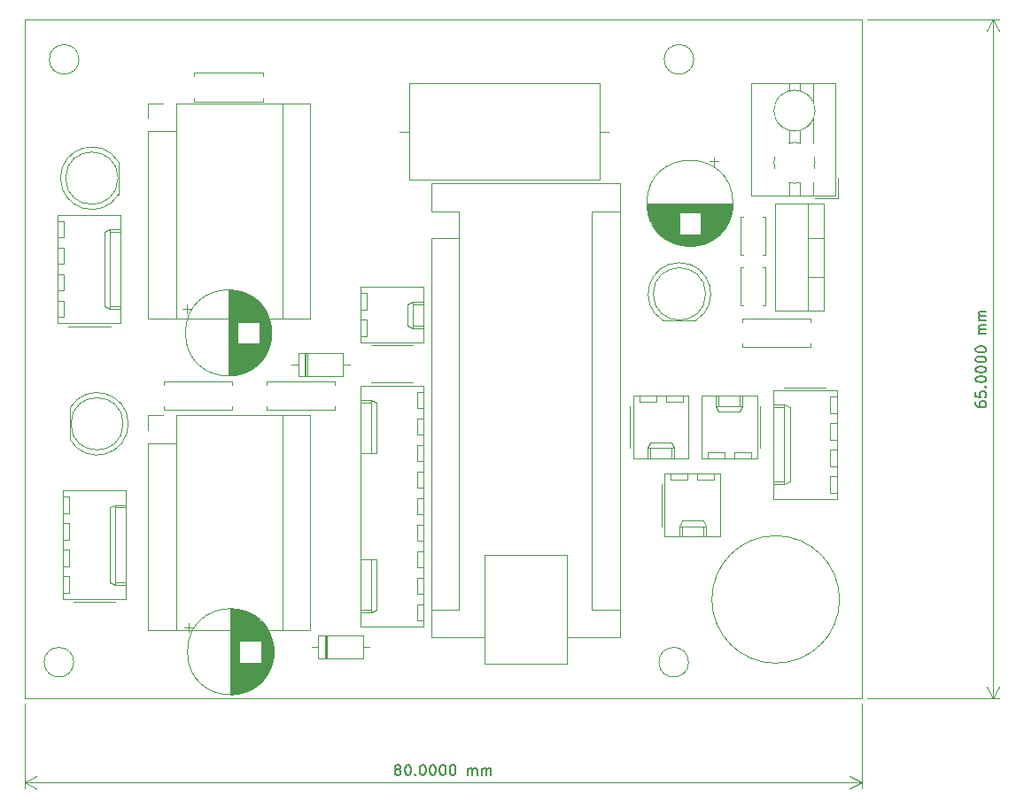
<source format=gbr>
%TF.GenerationSoftware,KiCad,Pcbnew,8.0.6*%
%TF.CreationDate,2026-01-06T07:00:52+07:00*%
%TF.ProjectId,Tesla coil winder Control board ,5465736c-6120-4636-9f69-6c2077696e64,rev?*%
%TF.SameCoordinates,Original*%
%TF.FileFunction,Legend,Top*%
%TF.FilePolarity,Positive*%
%FSLAX46Y46*%
G04 Gerber Fmt 4.6, Leading zero omitted, Abs format (unit mm)*
G04 Created by KiCad (PCBNEW 8.0.6) date 2026-01-06 07:00:52*
%MOMM*%
%LPD*%
G01*
G04 APERTURE LIST*
%ADD10C,0.120000*%
%TA.AperFunction,Profile*%
%ADD11C,0.050000*%
%TD*%
%ADD12C,0.150000*%
G04 APERTURE END LIST*
D10*
%TO.C,C5*%
X110330000Y-42240000D02*
X110330000Y-45880000D01*
X110575000Y-42240000D02*
X110330000Y-42240000D01*
X110575000Y-45880000D02*
X110330000Y-45880000D01*
X112670000Y-42240000D02*
X112425000Y-42240000D01*
X112670000Y-42240000D02*
X112670000Y-45880000D01*
X112670000Y-45880000D02*
X112425000Y-45880000D01*
%TO.C,R1*%
X58143144Y-23630000D02*
X58143144Y-23960000D01*
X58143144Y-26370000D02*
X58143144Y-26040000D01*
X64683144Y-23630000D02*
X58143144Y-23630000D01*
X64683144Y-23960000D02*
X64683144Y-23630000D01*
X64683144Y-26040000D02*
X64683144Y-26370000D01*
X64683144Y-26370000D02*
X58143144Y-26370000D01*
%TO.C,J5*%
X45573144Y-63576856D02*
X45573144Y-73956856D01*
X45573144Y-65756856D02*
X46173144Y-65756856D01*
X45573144Y-68296856D02*
X46173144Y-68296856D01*
X45573144Y-70836856D02*
X46173144Y-70836856D01*
X45573144Y-73376856D02*
X46173144Y-73376856D01*
X45573144Y-73956856D02*
X51593144Y-73956856D01*
X46173144Y-64156856D02*
X45573144Y-64156856D01*
X46173144Y-65756856D02*
X46173144Y-64156856D01*
X46173144Y-66696856D02*
X45573144Y-66696856D01*
X46173144Y-68296856D02*
X46173144Y-66696856D01*
X46173144Y-69236856D02*
X45573144Y-69236856D01*
X46173144Y-70836856D02*
X46173144Y-69236856D01*
X46173144Y-71776856D02*
X45573144Y-71776856D01*
X46173144Y-73376856D02*
X46173144Y-71776856D01*
X46603144Y-74246856D02*
X50603144Y-74246856D01*
X50063144Y-65206856D02*
X50593144Y-64956856D01*
X50063144Y-72326856D02*
X50063144Y-65206856D01*
X50593144Y-64956856D02*
X51593144Y-64956856D01*
X50593144Y-72576856D02*
X50063144Y-72326856D01*
X50593144Y-72576856D02*
X50593144Y-64956856D01*
X51593144Y-63576856D02*
X45573144Y-63576856D01*
X51593144Y-65206856D02*
X50593144Y-65206856D01*
X51593144Y-72326856D02*
X50593144Y-72326856D01*
X51593144Y-72576856D02*
X50593144Y-72576856D01*
X51593144Y-73956856D02*
X51593144Y-63576856D01*
%TO.C,J7*%
X106620000Y-54510000D02*
X106620000Y-60530000D01*
X106620000Y-60530000D02*
X111920000Y-60530000D01*
X107200000Y-59930000D02*
X107200000Y-60530000D01*
X108000000Y-55510000D02*
X108000000Y-54510000D01*
X108250000Y-54510000D02*
X108250000Y-55510000D01*
X108250000Y-56040000D02*
X108000000Y-55510000D01*
X108800000Y-59930000D02*
X107200000Y-59930000D01*
X108800000Y-60530000D02*
X108800000Y-59930000D01*
X109740000Y-59930000D02*
X109740000Y-60530000D01*
X110290000Y-54510000D02*
X110290000Y-55510000D01*
X110290000Y-56040000D02*
X108250000Y-56040000D01*
X110540000Y-54510000D02*
X110540000Y-55510000D01*
X110540000Y-55510000D02*
X108000000Y-55510000D01*
X110540000Y-55510000D02*
X110290000Y-56040000D01*
X111340000Y-59930000D02*
X109740000Y-59930000D01*
X111340000Y-60530000D02*
X111340000Y-59930000D01*
X111920000Y-54510000D02*
X106620000Y-54510000D01*
X111920000Y-60530000D02*
X111920000Y-54510000D01*
X112210000Y-59500000D02*
X112210000Y-55500000D01*
%TO.C,U1*%
X113684000Y-36150000D02*
X113684000Y-46390000D01*
X116815000Y-36150000D02*
X116815000Y-46390000D01*
X118325000Y-36150000D02*
X113684000Y-36150000D01*
X118325000Y-36150000D02*
X118325000Y-46390000D01*
X118325000Y-39420000D02*
X116815000Y-39420000D01*
X118325000Y-43121000D02*
X116815000Y-43121000D01*
X118325000Y-46390000D02*
X113684000Y-46390000D01*
%TO.C,R4*%
X65040000Y-53130000D02*
X71580000Y-53130000D01*
X65040000Y-53460000D02*
X65040000Y-53130000D01*
X65040000Y-55540000D02*
X65040000Y-55870000D01*
X65040000Y-55870000D02*
X71580000Y-55870000D01*
X71580000Y-53130000D02*
X71580000Y-53460000D01*
X71580000Y-55870000D02*
X71580000Y-55540000D01*
%TO.C,J3*%
X111380000Y-24610000D02*
X119420000Y-24610000D01*
X111380000Y-35350000D02*
X111380000Y-24610000D01*
X111380000Y-35350000D02*
X119420000Y-35350000D01*
X114252000Y-25743000D02*
X114252000Y-25743000D01*
X115000000Y-25394000D02*
X115000000Y-24610000D01*
X115000000Y-30350000D02*
X115000000Y-29065000D01*
X115000000Y-35350000D02*
X115000000Y-34110000D01*
X116000000Y-25394000D02*
X116000000Y-24610000D01*
X116000000Y-30350000D02*
X116000000Y-29065000D01*
X116000000Y-35350000D02*
X116000000Y-34110000D01*
X116748000Y-28716000D02*
X116748000Y-28716000D01*
X117300000Y-26560000D02*
X117300000Y-24610000D01*
X117300000Y-30350000D02*
X117300000Y-27899000D01*
X117300000Y-35350000D02*
X117300000Y-34110000D01*
X117470000Y-35590000D02*
X119660000Y-35590000D01*
X119420000Y-35350000D02*
X119420000Y-24610000D01*
X119660000Y-35590000D02*
X119660000Y-33640000D01*
X113539056Y-27229513D02*
G75*
G02*
X113606000Y-26722000I1960944J-487D01*
G01*
X113606527Y-27736319D02*
G75*
G02*
X113540001Y-27229000I1893473J506319D01*
G01*
X113624578Y-32802619D02*
G75*
G02*
X113625000Y-31656000I1875422J572619D01*
G01*
X113646080Y-26591288D02*
G75*
G02*
X113722998Y-26400999I1854220J-638812D01*
G01*
X113722741Y-28057306D02*
G75*
G02*
X113646000Y-27867000I1777259J827306D01*
G01*
X113769174Y-26309348D02*
G75*
G02*
X113855996Y-26161997I1729426J-919752D01*
G01*
X113855683Y-28296370D02*
G75*
G02*
X113768999Y-28149001I1643617J1065970D01*
G01*
X113874249Y-26133521D02*
G75*
G02*
X113975997Y-25995998I1627851J-1097979D01*
G01*
X113975623Y-28462548D02*
G75*
G02*
X113874000Y-28325000I1524377J1232548D01*
G01*
X113976659Y-25996072D02*
G75*
G02*
X114090000Y-25868000I1523441J-1234028D01*
G01*
X114089262Y-28591133D02*
G75*
G02*
X113975999Y-28463000I1410838J1361233D01*
G01*
X114089903Y-25867714D02*
G75*
G02*
X114214000Y-25750000I1409897J-1362086D01*
G01*
X114212988Y-28708798D02*
G75*
G02*
X114089000Y-28591000I1285412J1477098D01*
G01*
X114213636Y-25750127D02*
G75*
G02*
X114320000Y-25664000I1285964J-1479373D01*
G01*
X114319305Y-28795174D02*
G75*
G02*
X114213000Y-28709000I1180295J1564674D01*
G01*
X114319916Y-25664063D02*
G75*
G02*
X116680000Y-25664000I1180084J-1565937D01*
G01*
X114927381Y-30354578D02*
G75*
G02*
X116074000Y-30355000I572619J-1875422D01*
G01*
X116072619Y-34105422D02*
G75*
G02*
X114926000Y-34105000I-572619J1875415D01*
G01*
X116679122Y-28795661D02*
G75*
G02*
X114320000Y-28795000I-1179122J1565661D01*
G01*
X116679628Y-25663898D02*
G75*
G02*
X116786000Y-25750000I-1183928J-1571402D01*
G01*
X116785928Y-25750293D02*
G75*
G02*
X116909999Y-25868001I-1286128J-1479907D01*
G01*
X116786294Y-28708875D02*
G75*
G02*
X116679999Y-28794999I-1286194J1478775D01*
G01*
X116910010Y-28591290D02*
G75*
G02*
X116786000Y-28709001I-1410110J1361390D01*
G01*
X116910651Y-25867870D02*
G75*
G02*
X117024000Y-25996000I-1412351J-1363630D01*
G01*
X117023253Y-28462931D02*
G75*
G02*
X116910000Y-28591000I-1523153J1232831D01*
G01*
X117023294Y-25996543D02*
G75*
G02*
X117124997Y-26134002I-1520794J-1231557D01*
G01*
X117125664Y-28325483D02*
G75*
G02*
X117024000Y-28463000I-1625664J1095483D01*
G01*
X117144143Y-26161638D02*
G75*
G02*
X117231000Y-26309000I-1644143J-1068362D01*
G01*
X117230739Y-28149656D02*
G75*
G02*
X117144000Y-28297000I-1734139J921656D01*
G01*
X117277050Y-26400705D02*
G75*
G02*
X117353998Y-26591001I-1777350J-829395D01*
G01*
X117353815Y-27867717D02*
G75*
G02*
X117277000Y-28058000I-1853815J637717D01*
G01*
X117374357Y-31656951D02*
G75*
G02*
X117460000Y-32230000I-1874357J-573049D01*
G01*
X117393215Y-26722715D02*
G75*
G02*
X117460000Y-27230000I-1893215J-507285D01*
G01*
X117460607Y-32196500D02*
G75*
G02*
X117375000Y-32804000I-1960607J-33500D01*
G01*
X117460685Y-27229521D02*
G75*
G02*
X117394004Y-27737001I-1960785J-479D01*
G01*
%TO.C,J8*%
X102790000Y-63000000D02*
X102790000Y-67000000D01*
X103080000Y-61970000D02*
X103080000Y-67990000D01*
X103080000Y-67990000D02*
X108380000Y-67990000D01*
X103660000Y-61970000D02*
X103660000Y-62570000D01*
X103660000Y-62570000D02*
X105260000Y-62570000D01*
X104460000Y-66990000D02*
X104710000Y-66460000D01*
X104460000Y-66990000D02*
X107000000Y-66990000D01*
X104460000Y-67990000D02*
X104460000Y-66990000D01*
X104710000Y-66460000D02*
X106750000Y-66460000D01*
X104710000Y-67990000D02*
X104710000Y-66990000D01*
X105260000Y-62570000D02*
X105260000Y-61970000D01*
X106200000Y-61970000D02*
X106200000Y-62570000D01*
X106200000Y-62570000D02*
X107800000Y-62570000D01*
X106750000Y-66460000D02*
X107000000Y-66990000D01*
X106750000Y-67990000D02*
X106750000Y-66990000D01*
X107000000Y-66990000D02*
X107000000Y-67990000D01*
X107800000Y-62570000D02*
X107800000Y-61970000D01*
X108380000Y-61970000D02*
X103080000Y-61970000D01*
X108380000Y-67990000D02*
X108380000Y-61970000D01*
%TO.C,J4*%
X45073144Y-37200000D02*
X45073144Y-47580000D01*
X45073144Y-39380000D02*
X45673144Y-39380000D01*
X45073144Y-41920000D02*
X45673144Y-41920000D01*
X45073144Y-44460000D02*
X45673144Y-44460000D01*
X45073144Y-47000000D02*
X45673144Y-47000000D01*
X45073144Y-47580000D02*
X51093144Y-47580000D01*
X45673144Y-37780000D02*
X45073144Y-37780000D01*
X45673144Y-39380000D02*
X45673144Y-37780000D01*
X45673144Y-40320000D02*
X45073144Y-40320000D01*
X45673144Y-41920000D02*
X45673144Y-40320000D01*
X45673144Y-42860000D02*
X45073144Y-42860000D01*
X45673144Y-44460000D02*
X45673144Y-42860000D01*
X45673144Y-45400000D02*
X45073144Y-45400000D01*
X45673144Y-47000000D02*
X45673144Y-45400000D01*
X46103144Y-47870000D02*
X50103144Y-47870000D01*
X49563144Y-38830000D02*
X50093144Y-38580000D01*
X49563144Y-45950000D02*
X49563144Y-38830000D01*
X50093144Y-38580000D02*
X51093144Y-38580000D01*
X50093144Y-46200000D02*
X49563144Y-45950000D01*
X50093144Y-46200000D02*
X50093144Y-38580000D01*
X51093144Y-37200000D02*
X45073144Y-37200000D01*
X51093144Y-38830000D02*
X50093144Y-38830000D01*
X51093144Y-45950000D02*
X50093144Y-45950000D01*
X51093144Y-46200000D02*
X50093144Y-46200000D01*
X51093144Y-47580000D02*
X51093144Y-37200000D01*
%TO.C,D2*%
X50893144Y-35241856D02*
X50893144Y-32151856D01*
X45343144Y-33697318D02*
G75*
G02*
X50893144Y-32152026I2990000J462D01*
G01*
X50893144Y-35241686D02*
G75*
G02*
X45343144Y-33696394I-2560000J1544830D01*
G01*
X50833144Y-33696856D02*
G75*
G02*
X45833144Y-33696856I-2500000J0D01*
G01*
X45833144Y-33696856D02*
G75*
G02*
X50833144Y-33696856I2500000J0D01*
G01*
%TO.C,A1*%
X80780000Y-34180000D02*
X80780000Y-36850000D01*
X80780000Y-39390000D02*
X80780000Y-77620000D01*
X80780000Y-77620000D02*
X85860000Y-77620000D01*
X83450000Y-36850000D02*
X80780000Y-36850000D01*
X83450000Y-39390000D02*
X80780000Y-39390000D01*
X83450000Y-39390000D02*
X83450000Y-36850000D01*
X83450000Y-39390000D02*
X83450000Y-74950000D01*
X83450000Y-74950000D02*
X80780000Y-74950000D01*
X85860000Y-69740000D02*
X93740000Y-69740000D01*
X85860000Y-80160000D02*
X85860000Y-69740000D01*
X93740000Y-69740000D02*
X93740000Y-80160000D01*
X93740000Y-80160000D02*
X85860000Y-80160000D01*
X96150000Y-36850000D02*
X96150000Y-74950000D01*
X96150000Y-36850000D02*
X98820000Y-36850000D01*
X96150000Y-74950000D02*
X98820000Y-74950000D01*
X98820000Y-34180000D02*
X80780000Y-34180000D01*
X98820000Y-77620000D02*
X93740000Y-77620000D01*
X98820000Y-77620000D02*
X98820000Y-34180000D01*
%TO.C,C2*%
X56990302Y-46185000D02*
X57790302Y-46185000D01*
X57390302Y-45785000D02*
X57390302Y-46585000D01*
X61400000Y-44420000D02*
X61400000Y-52580000D01*
X61440000Y-44420000D02*
X61440000Y-52580000D01*
X61480000Y-44420000D02*
X61480000Y-52580000D01*
X61520000Y-44421000D02*
X61520000Y-52579000D01*
X61560000Y-44423000D02*
X61560000Y-52577000D01*
X61600000Y-44424000D02*
X61600000Y-52576000D01*
X61640000Y-44426000D02*
X61640000Y-52574000D01*
X61680000Y-44429000D02*
X61680000Y-52571000D01*
X61720000Y-44432000D02*
X61720000Y-52568000D01*
X61760000Y-44435000D02*
X61760000Y-52565000D01*
X61800000Y-44439000D02*
X61800000Y-52561000D01*
X61840000Y-44443000D02*
X61840000Y-52557000D01*
X61880000Y-44448000D02*
X61880000Y-52552000D01*
X61920000Y-44452000D02*
X61920000Y-52548000D01*
X61960000Y-44458000D02*
X61960000Y-52542000D01*
X62000000Y-44463000D02*
X62000000Y-52537000D01*
X62040000Y-44470000D02*
X62040000Y-52530000D01*
X62080000Y-44476000D02*
X62080000Y-52524000D01*
X62121000Y-44483000D02*
X62121000Y-52517000D01*
X62161000Y-44490000D02*
X62161000Y-52510000D01*
X62201000Y-44498000D02*
X62201000Y-52502000D01*
X62241000Y-44506000D02*
X62241000Y-52494000D01*
X62281000Y-44515000D02*
X62281000Y-47460000D01*
X62281000Y-49540000D02*
X62281000Y-52485000D01*
X62321000Y-44524000D02*
X62321000Y-47460000D01*
X62321000Y-49540000D02*
X62321000Y-52476000D01*
X62361000Y-44533000D02*
X62361000Y-47460000D01*
X62361000Y-49540000D02*
X62361000Y-52467000D01*
X62401000Y-44543000D02*
X62401000Y-47460000D01*
X62401000Y-49540000D02*
X62401000Y-52457000D01*
X62441000Y-44553000D02*
X62441000Y-47460000D01*
X62441000Y-49540000D02*
X62441000Y-52447000D01*
X62481000Y-44564000D02*
X62481000Y-47460000D01*
X62481000Y-49540000D02*
X62481000Y-52436000D01*
X62521000Y-44575000D02*
X62521000Y-47460000D01*
X62521000Y-49540000D02*
X62521000Y-52425000D01*
X62561000Y-44586000D02*
X62561000Y-47460000D01*
X62561000Y-49540000D02*
X62561000Y-52414000D01*
X62601000Y-44598000D02*
X62601000Y-47460000D01*
X62601000Y-49540000D02*
X62601000Y-52402000D01*
X62641000Y-44611000D02*
X62641000Y-47460000D01*
X62641000Y-49540000D02*
X62641000Y-52389000D01*
X62681000Y-44623000D02*
X62681000Y-47460000D01*
X62681000Y-49540000D02*
X62681000Y-52377000D01*
X62721000Y-44637000D02*
X62721000Y-47460000D01*
X62721000Y-49540000D02*
X62721000Y-52363000D01*
X62761000Y-44650000D02*
X62761000Y-47460000D01*
X62761000Y-49540000D02*
X62761000Y-52350000D01*
X62801000Y-44665000D02*
X62801000Y-47460000D01*
X62801000Y-49540000D02*
X62801000Y-52335000D01*
X62841000Y-44679000D02*
X62841000Y-47460000D01*
X62841000Y-49540000D02*
X62841000Y-52321000D01*
X62881000Y-44695000D02*
X62881000Y-47460000D01*
X62881000Y-49540000D02*
X62881000Y-52305000D01*
X62921000Y-44710000D02*
X62921000Y-47460000D01*
X62921000Y-49540000D02*
X62921000Y-52290000D01*
X62961000Y-44726000D02*
X62961000Y-47460000D01*
X62961000Y-49540000D02*
X62961000Y-52274000D01*
X63001000Y-44743000D02*
X63001000Y-47460000D01*
X63001000Y-49540000D02*
X63001000Y-52257000D01*
X63041000Y-44760000D02*
X63041000Y-47460000D01*
X63041000Y-49540000D02*
X63041000Y-52240000D01*
X63081000Y-44778000D02*
X63081000Y-47460000D01*
X63081000Y-49540000D02*
X63081000Y-52222000D01*
X63121000Y-44796000D02*
X63121000Y-47460000D01*
X63121000Y-49540000D02*
X63121000Y-52204000D01*
X63161000Y-44814000D02*
X63161000Y-47460000D01*
X63161000Y-49540000D02*
X63161000Y-52186000D01*
X63201000Y-44834000D02*
X63201000Y-47460000D01*
X63201000Y-49540000D02*
X63201000Y-52166000D01*
X63241000Y-44853000D02*
X63241000Y-47460000D01*
X63241000Y-49540000D02*
X63241000Y-52147000D01*
X63281000Y-44873000D02*
X63281000Y-47460000D01*
X63281000Y-49540000D02*
X63281000Y-52127000D01*
X63321000Y-44894000D02*
X63321000Y-47460000D01*
X63321000Y-49540000D02*
X63321000Y-52106000D01*
X63361000Y-44916000D02*
X63361000Y-47460000D01*
X63361000Y-49540000D02*
X63361000Y-52084000D01*
X63401000Y-44938000D02*
X63401000Y-47460000D01*
X63401000Y-49540000D02*
X63401000Y-52062000D01*
X63441000Y-44960000D02*
X63441000Y-47460000D01*
X63441000Y-49540000D02*
X63441000Y-52040000D01*
X63481000Y-44983000D02*
X63481000Y-47460000D01*
X63481000Y-49540000D02*
X63481000Y-52017000D01*
X63521000Y-45007000D02*
X63521000Y-47460000D01*
X63521000Y-49540000D02*
X63521000Y-51993000D01*
X63561000Y-45031000D02*
X63561000Y-47460000D01*
X63561000Y-49540000D02*
X63561000Y-51969000D01*
X63601000Y-45056000D02*
X63601000Y-47460000D01*
X63601000Y-49540000D02*
X63601000Y-51944000D01*
X63641000Y-45082000D02*
X63641000Y-47460000D01*
X63641000Y-49540000D02*
X63641000Y-51918000D01*
X63681000Y-45108000D02*
X63681000Y-47460000D01*
X63681000Y-49540000D02*
X63681000Y-51892000D01*
X63721000Y-45135000D02*
X63721000Y-47460000D01*
X63721000Y-49540000D02*
X63721000Y-51865000D01*
X63761000Y-45162000D02*
X63761000Y-47460000D01*
X63761000Y-49540000D02*
X63761000Y-51838000D01*
X63801000Y-45191000D02*
X63801000Y-47460000D01*
X63801000Y-49540000D02*
X63801000Y-51809000D01*
X63841000Y-45220000D02*
X63841000Y-47460000D01*
X63841000Y-49540000D02*
X63841000Y-51780000D01*
X63881000Y-45250000D02*
X63881000Y-47460000D01*
X63881000Y-49540000D02*
X63881000Y-51750000D01*
X63921000Y-45280000D02*
X63921000Y-47460000D01*
X63921000Y-49540000D02*
X63921000Y-51720000D01*
X63961000Y-45311000D02*
X63961000Y-47460000D01*
X63961000Y-49540000D02*
X63961000Y-51689000D01*
X64001000Y-45344000D02*
X64001000Y-47460000D01*
X64001000Y-49540000D02*
X64001000Y-51656000D01*
X64041000Y-45376000D02*
X64041000Y-47460000D01*
X64041000Y-49540000D02*
X64041000Y-51624000D01*
X64081000Y-45410000D02*
X64081000Y-47460000D01*
X64081000Y-49540000D02*
X64081000Y-51590000D01*
X64121000Y-45445000D02*
X64121000Y-47460000D01*
X64121000Y-49540000D02*
X64121000Y-51555000D01*
X64161000Y-45481000D02*
X64161000Y-47460000D01*
X64161000Y-49540000D02*
X64161000Y-51519000D01*
X64201000Y-45517000D02*
X64201000Y-47460000D01*
X64201000Y-49540000D02*
X64201000Y-51483000D01*
X64241000Y-45555000D02*
X64241000Y-47460000D01*
X64241000Y-49540000D02*
X64241000Y-51445000D01*
X64281000Y-45593000D02*
X64281000Y-47460000D01*
X64281000Y-49540000D02*
X64281000Y-51407000D01*
X64321000Y-45633000D02*
X64321000Y-47460000D01*
X64321000Y-49540000D02*
X64321000Y-51367000D01*
X64361000Y-45674000D02*
X64361000Y-51326000D01*
X64401000Y-45716000D02*
X64401000Y-51284000D01*
X64441000Y-45759000D02*
X64441000Y-51241000D01*
X64481000Y-45803000D02*
X64481000Y-51197000D01*
X64521000Y-45849000D02*
X64521000Y-51151000D01*
X64561000Y-45896000D02*
X64561000Y-51104000D01*
X64601000Y-45944000D02*
X64601000Y-51056000D01*
X64641000Y-45995000D02*
X64641000Y-51005000D01*
X64681000Y-46046000D02*
X64681000Y-50954000D01*
X64721000Y-46100000D02*
X64721000Y-50900000D01*
X64761000Y-46155000D02*
X64761000Y-50845000D01*
X64801000Y-46213000D02*
X64801000Y-50787000D01*
X64841000Y-46272000D02*
X64841000Y-50728000D01*
X64881000Y-46334000D02*
X64881000Y-50666000D01*
X64921000Y-46398000D02*
X64921000Y-50602000D01*
X64961000Y-46466000D02*
X64961000Y-50534000D01*
X65001000Y-46536000D02*
X65001000Y-50464000D01*
X65041000Y-46610000D02*
X65041000Y-50390000D01*
X65081000Y-46687000D02*
X65081000Y-50313000D01*
X65121000Y-46769000D02*
X65121000Y-50231000D01*
X65161000Y-46855000D02*
X65161000Y-50145000D01*
X65201000Y-46948000D02*
X65201000Y-50052000D01*
X65241000Y-47047000D02*
X65241000Y-49953000D01*
X65281000Y-47154000D02*
X65281000Y-49846000D01*
X65321000Y-47271000D02*
X65321000Y-49729000D01*
X65361000Y-47402000D02*
X65361000Y-49598000D01*
X65401000Y-47552000D02*
X65401000Y-49448000D01*
X65441000Y-47732000D02*
X65441000Y-49268000D01*
X65481000Y-47967000D02*
X65481000Y-49033000D01*
X65520000Y-48500000D02*
G75*
G02*
X57280000Y-48500000I-4120000J0D01*
G01*
X57280000Y-48500000D02*
G75*
G02*
X65520000Y-48500000I4120000J0D01*
G01*
%TO.C,C4*%
X110330000Y-37430000D02*
X110330000Y-41070000D01*
X110575000Y-37430000D02*
X110330000Y-37430000D01*
X110575000Y-41070000D02*
X110330000Y-41070000D01*
X112670000Y-37430000D02*
X112425000Y-37430000D01*
X112670000Y-37430000D02*
X112670000Y-41070000D01*
X112670000Y-41070000D02*
X112425000Y-41070000D01*
%TO.C,R3*%
X110475000Y-47130000D02*
X110475000Y-47460000D01*
X110475000Y-49870000D02*
X110475000Y-49540000D01*
X117015000Y-47130000D02*
X110475000Y-47130000D01*
X117015000Y-47460000D02*
X117015000Y-47130000D01*
X117015000Y-49540000D02*
X117015000Y-49870000D01*
X117015000Y-49870000D02*
X110475000Y-49870000D01*
%TO.C,J6*%
X99790000Y-55500000D02*
X99790000Y-59500000D01*
X100080000Y-54470000D02*
X100080000Y-60490000D01*
X100080000Y-60490000D02*
X105380000Y-60490000D01*
X100660000Y-54470000D02*
X100660000Y-55070000D01*
X100660000Y-55070000D02*
X102260000Y-55070000D01*
X101460000Y-59490000D02*
X101710000Y-58960000D01*
X101460000Y-59490000D02*
X104000000Y-59490000D01*
X101460000Y-60490000D02*
X101460000Y-59490000D01*
X101710000Y-58960000D02*
X103750000Y-58960000D01*
X101710000Y-60490000D02*
X101710000Y-59490000D01*
X102260000Y-55070000D02*
X102260000Y-54470000D01*
X103200000Y-54470000D02*
X103200000Y-55070000D01*
X103200000Y-55070000D02*
X104800000Y-55070000D01*
X103750000Y-58960000D02*
X104000000Y-59490000D01*
X103750000Y-60490000D02*
X103750000Y-59490000D01*
X104000000Y-59490000D02*
X104000000Y-60490000D01*
X104800000Y-55070000D02*
X104800000Y-54470000D01*
X105380000Y-54470000D02*
X100080000Y-54470000D01*
X105380000Y-60490000D02*
X105380000Y-54470000D01*
%TO.C,R2*%
X55230000Y-53130000D02*
X55230000Y-53460000D01*
X55230000Y-55870000D02*
X55230000Y-55540000D01*
X61770000Y-53130000D02*
X55230000Y-53130000D01*
X61770000Y-53460000D02*
X61770000Y-53130000D01*
X61770000Y-55540000D02*
X61770000Y-55870000D01*
X61770000Y-55870000D02*
X55230000Y-55870000D01*
%TO.C,A3*%
X53703144Y-56366856D02*
X53703144Y-57766856D01*
X53703144Y-59036856D02*
X53703144Y-76946856D01*
X53703144Y-76946856D02*
X69203144Y-76946856D01*
X55103144Y-56366856D02*
X53703144Y-56366856D01*
X56373144Y-56366856D02*
X56373144Y-59036856D01*
X56373144Y-59036856D02*
X53703144Y-59036856D01*
X56373144Y-59036856D02*
X56373144Y-76946856D01*
X66533144Y-56366856D02*
X66533144Y-76946856D01*
X69203144Y-56366856D02*
X56373144Y-56366856D01*
X69203144Y-76946856D02*
X69203144Y-56366856D01*
%TO.C,C1*%
X57190302Y-76685000D02*
X57990302Y-76685000D01*
X57590302Y-76285000D02*
X57590302Y-77085000D01*
X61600000Y-74920000D02*
X61600000Y-83080000D01*
X61640000Y-74920000D02*
X61640000Y-83080000D01*
X61680000Y-74920000D02*
X61680000Y-83080000D01*
X61720000Y-74921000D02*
X61720000Y-83079000D01*
X61760000Y-74923000D02*
X61760000Y-83077000D01*
X61800000Y-74924000D02*
X61800000Y-83076000D01*
X61840000Y-74926000D02*
X61840000Y-83074000D01*
X61880000Y-74929000D02*
X61880000Y-83071000D01*
X61920000Y-74932000D02*
X61920000Y-83068000D01*
X61960000Y-74935000D02*
X61960000Y-83065000D01*
X62000000Y-74939000D02*
X62000000Y-83061000D01*
X62040000Y-74943000D02*
X62040000Y-83057000D01*
X62080000Y-74948000D02*
X62080000Y-83052000D01*
X62120000Y-74952000D02*
X62120000Y-83048000D01*
X62160000Y-74958000D02*
X62160000Y-83042000D01*
X62200000Y-74963000D02*
X62200000Y-83037000D01*
X62240000Y-74970000D02*
X62240000Y-83030000D01*
X62280000Y-74976000D02*
X62280000Y-83024000D01*
X62321000Y-74983000D02*
X62321000Y-83017000D01*
X62361000Y-74990000D02*
X62361000Y-83010000D01*
X62401000Y-74998000D02*
X62401000Y-83002000D01*
X62441000Y-75006000D02*
X62441000Y-82994000D01*
X62481000Y-75015000D02*
X62481000Y-77960000D01*
X62481000Y-80040000D02*
X62481000Y-82985000D01*
X62521000Y-75024000D02*
X62521000Y-77960000D01*
X62521000Y-80040000D02*
X62521000Y-82976000D01*
X62561000Y-75033000D02*
X62561000Y-77960000D01*
X62561000Y-80040000D02*
X62561000Y-82967000D01*
X62601000Y-75043000D02*
X62601000Y-77960000D01*
X62601000Y-80040000D02*
X62601000Y-82957000D01*
X62641000Y-75053000D02*
X62641000Y-77960000D01*
X62641000Y-80040000D02*
X62641000Y-82947000D01*
X62681000Y-75064000D02*
X62681000Y-77960000D01*
X62681000Y-80040000D02*
X62681000Y-82936000D01*
X62721000Y-75075000D02*
X62721000Y-77960000D01*
X62721000Y-80040000D02*
X62721000Y-82925000D01*
X62761000Y-75086000D02*
X62761000Y-77960000D01*
X62761000Y-80040000D02*
X62761000Y-82914000D01*
X62801000Y-75098000D02*
X62801000Y-77960000D01*
X62801000Y-80040000D02*
X62801000Y-82902000D01*
X62841000Y-75111000D02*
X62841000Y-77960000D01*
X62841000Y-80040000D02*
X62841000Y-82889000D01*
X62881000Y-75123000D02*
X62881000Y-77960000D01*
X62881000Y-80040000D02*
X62881000Y-82877000D01*
X62921000Y-75137000D02*
X62921000Y-77960000D01*
X62921000Y-80040000D02*
X62921000Y-82863000D01*
X62961000Y-75150000D02*
X62961000Y-77960000D01*
X62961000Y-80040000D02*
X62961000Y-82850000D01*
X63001000Y-75165000D02*
X63001000Y-77960000D01*
X63001000Y-80040000D02*
X63001000Y-82835000D01*
X63041000Y-75179000D02*
X63041000Y-77960000D01*
X63041000Y-80040000D02*
X63041000Y-82821000D01*
X63081000Y-75195000D02*
X63081000Y-77960000D01*
X63081000Y-80040000D02*
X63081000Y-82805000D01*
X63121000Y-75210000D02*
X63121000Y-77960000D01*
X63121000Y-80040000D02*
X63121000Y-82790000D01*
X63161000Y-75226000D02*
X63161000Y-77960000D01*
X63161000Y-80040000D02*
X63161000Y-82774000D01*
X63201000Y-75243000D02*
X63201000Y-77960000D01*
X63201000Y-80040000D02*
X63201000Y-82757000D01*
X63241000Y-75260000D02*
X63241000Y-77960000D01*
X63241000Y-80040000D02*
X63241000Y-82740000D01*
X63281000Y-75278000D02*
X63281000Y-77960000D01*
X63281000Y-80040000D02*
X63281000Y-82722000D01*
X63321000Y-75296000D02*
X63321000Y-77960000D01*
X63321000Y-80040000D02*
X63321000Y-82704000D01*
X63361000Y-75314000D02*
X63361000Y-77960000D01*
X63361000Y-80040000D02*
X63361000Y-82686000D01*
X63401000Y-75334000D02*
X63401000Y-77960000D01*
X63401000Y-80040000D02*
X63401000Y-82666000D01*
X63441000Y-75353000D02*
X63441000Y-77960000D01*
X63441000Y-80040000D02*
X63441000Y-82647000D01*
X63481000Y-75373000D02*
X63481000Y-77960000D01*
X63481000Y-80040000D02*
X63481000Y-82627000D01*
X63521000Y-75394000D02*
X63521000Y-77960000D01*
X63521000Y-80040000D02*
X63521000Y-82606000D01*
X63561000Y-75416000D02*
X63561000Y-77960000D01*
X63561000Y-80040000D02*
X63561000Y-82584000D01*
X63601000Y-75438000D02*
X63601000Y-77960000D01*
X63601000Y-80040000D02*
X63601000Y-82562000D01*
X63641000Y-75460000D02*
X63641000Y-77960000D01*
X63641000Y-80040000D02*
X63641000Y-82540000D01*
X63681000Y-75483000D02*
X63681000Y-77960000D01*
X63681000Y-80040000D02*
X63681000Y-82517000D01*
X63721000Y-75507000D02*
X63721000Y-77960000D01*
X63721000Y-80040000D02*
X63721000Y-82493000D01*
X63761000Y-75531000D02*
X63761000Y-77960000D01*
X63761000Y-80040000D02*
X63761000Y-82469000D01*
X63801000Y-75556000D02*
X63801000Y-77960000D01*
X63801000Y-80040000D02*
X63801000Y-82444000D01*
X63841000Y-75582000D02*
X63841000Y-77960000D01*
X63841000Y-80040000D02*
X63841000Y-82418000D01*
X63881000Y-75608000D02*
X63881000Y-77960000D01*
X63881000Y-80040000D02*
X63881000Y-82392000D01*
X63921000Y-75635000D02*
X63921000Y-77960000D01*
X63921000Y-80040000D02*
X63921000Y-82365000D01*
X63961000Y-75662000D02*
X63961000Y-77960000D01*
X63961000Y-80040000D02*
X63961000Y-82338000D01*
X64001000Y-75691000D02*
X64001000Y-77960000D01*
X64001000Y-80040000D02*
X64001000Y-82309000D01*
X64041000Y-75720000D02*
X64041000Y-77960000D01*
X64041000Y-80040000D02*
X64041000Y-82280000D01*
X64081000Y-75750000D02*
X64081000Y-77960000D01*
X64081000Y-80040000D02*
X64081000Y-82250000D01*
X64121000Y-75780000D02*
X64121000Y-77960000D01*
X64121000Y-80040000D02*
X64121000Y-82220000D01*
X64161000Y-75811000D02*
X64161000Y-77960000D01*
X64161000Y-80040000D02*
X64161000Y-82189000D01*
X64201000Y-75844000D02*
X64201000Y-77960000D01*
X64201000Y-80040000D02*
X64201000Y-82156000D01*
X64241000Y-75876000D02*
X64241000Y-77960000D01*
X64241000Y-80040000D02*
X64241000Y-82124000D01*
X64281000Y-75910000D02*
X64281000Y-77960000D01*
X64281000Y-80040000D02*
X64281000Y-82090000D01*
X64321000Y-75945000D02*
X64321000Y-77960000D01*
X64321000Y-80040000D02*
X64321000Y-82055000D01*
X64361000Y-75981000D02*
X64361000Y-77960000D01*
X64361000Y-80040000D02*
X64361000Y-82019000D01*
X64401000Y-76017000D02*
X64401000Y-77960000D01*
X64401000Y-80040000D02*
X64401000Y-81983000D01*
X64441000Y-76055000D02*
X64441000Y-77960000D01*
X64441000Y-80040000D02*
X64441000Y-81945000D01*
X64481000Y-76093000D02*
X64481000Y-77960000D01*
X64481000Y-80040000D02*
X64481000Y-81907000D01*
X64521000Y-76133000D02*
X64521000Y-77960000D01*
X64521000Y-80040000D02*
X64521000Y-81867000D01*
X64561000Y-76174000D02*
X64561000Y-81826000D01*
X64601000Y-76216000D02*
X64601000Y-81784000D01*
X64641000Y-76259000D02*
X64641000Y-81741000D01*
X64681000Y-76303000D02*
X64681000Y-81697000D01*
X64721000Y-76349000D02*
X64721000Y-81651000D01*
X64761000Y-76396000D02*
X64761000Y-81604000D01*
X64801000Y-76444000D02*
X64801000Y-81556000D01*
X64841000Y-76495000D02*
X64841000Y-81505000D01*
X64881000Y-76546000D02*
X64881000Y-81454000D01*
X64921000Y-76600000D02*
X64921000Y-81400000D01*
X64961000Y-76655000D02*
X64961000Y-81345000D01*
X65001000Y-76713000D02*
X65001000Y-81287000D01*
X65041000Y-76772000D02*
X65041000Y-81228000D01*
X65081000Y-76834000D02*
X65081000Y-81166000D01*
X65121000Y-76898000D02*
X65121000Y-81102000D01*
X65161000Y-76966000D02*
X65161000Y-81034000D01*
X65201000Y-77036000D02*
X65201000Y-80964000D01*
X65241000Y-77110000D02*
X65241000Y-80890000D01*
X65281000Y-77187000D02*
X65281000Y-80813000D01*
X65321000Y-77269000D02*
X65321000Y-80731000D01*
X65361000Y-77355000D02*
X65361000Y-80645000D01*
X65401000Y-77448000D02*
X65401000Y-80552000D01*
X65441000Y-77547000D02*
X65441000Y-80453000D01*
X65481000Y-77654000D02*
X65481000Y-80346000D01*
X65521000Y-77771000D02*
X65521000Y-80229000D01*
X65561000Y-77902000D02*
X65561000Y-80098000D01*
X65601000Y-78052000D02*
X65601000Y-79948000D01*
X65641000Y-78232000D02*
X65641000Y-79768000D01*
X65681000Y-78467000D02*
X65681000Y-79533000D01*
X65720000Y-79000000D02*
G75*
G02*
X57480000Y-79000000I-4120000J0D01*
G01*
X57480000Y-79000000D02*
G75*
G02*
X65720000Y-79000000I4120000J0D01*
G01*
%TO.C,J10*%
X74010000Y-53540000D02*
X74010000Y-76620000D01*
X74010000Y-54920000D02*
X75010000Y-54920000D01*
X74010000Y-55170000D02*
X75010000Y-55170000D01*
X74010000Y-74990000D02*
X75010000Y-74990000D01*
X74010000Y-75240000D02*
X75010000Y-75240000D01*
X74010000Y-76620000D02*
X80030000Y-76620000D01*
X75010000Y-54920000D02*
X75010000Y-60000000D01*
X75010000Y-54920000D02*
X75540000Y-55170000D01*
X75010000Y-60000000D02*
X74010000Y-60000000D01*
X75010000Y-70160000D02*
X74010000Y-70160000D01*
X75010000Y-75240000D02*
X75010000Y-70160000D01*
X75010000Y-75240000D02*
X75540000Y-74990000D01*
X75540000Y-55170000D02*
X75540000Y-60000000D01*
X75540000Y-60000000D02*
X75010000Y-60000000D01*
X75540000Y-70160000D02*
X75010000Y-70160000D01*
X75540000Y-74990000D02*
X75540000Y-70160000D01*
X79000000Y-53250000D02*
X75000000Y-53250000D01*
X79430000Y-54120000D02*
X79430000Y-55720000D01*
X79430000Y-55720000D02*
X80030000Y-55720000D01*
X79430000Y-56660000D02*
X79430000Y-58260000D01*
X79430000Y-58260000D02*
X80030000Y-58260000D01*
X79430000Y-59200000D02*
X79430000Y-60800000D01*
X79430000Y-60800000D02*
X80030000Y-60800000D01*
X79430000Y-61740000D02*
X79430000Y-63340000D01*
X79430000Y-63340000D02*
X80030000Y-63340000D01*
X79430000Y-64280000D02*
X79430000Y-65880000D01*
X79430000Y-65880000D02*
X80030000Y-65880000D01*
X79430000Y-66820000D02*
X79430000Y-68420000D01*
X79430000Y-68420000D02*
X80030000Y-68420000D01*
X79430000Y-69360000D02*
X79430000Y-70960000D01*
X79430000Y-70960000D02*
X80030000Y-70960000D01*
X79430000Y-71900000D02*
X79430000Y-73500000D01*
X79430000Y-73500000D02*
X80030000Y-73500000D01*
X79430000Y-74440000D02*
X79430000Y-76040000D01*
X79430000Y-76040000D02*
X80030000Y-76040000D01*
X80030000Y-53540000D02*
X74010000Y-53540000D01*
X80030000Y-54120000D02*
X79430000Y-54120000D01*
X80030000Y-56660000D02*
X79430000Y-56660000D01*
X80030000Y-59200000D02*
X79430000Y-59200000D01*
X80030000Y-61740000D02*
X79430000Y-61740000D01*
X80030000Y-64280000D02*
X79430000Y-64280000D01*
X80030000Y-66820000D02*
X79430000Y-66820000D01*
X80030000Y-69360000D02*
X79430000Y-69360000D01*
X80030000Y-71900000D02*
X79430000Y-71900000D01*
X80030000Y-74440000D02*
X79430000Y-74440000D01*
X80030000Y-76620000D02*
X80030000Y-53540000D01*
%TO.C,J2*%
X113510000Y-54000000D02*
X113510000Y-64380000D01*
X113510000Y-55380000D02*
X114510000Y-55380000D01*
X113510000Y-55630000D02*
X114510000Y-55630000D01*
X113510000Y-62750000D02*
X114510000Y-62750000D01*
X113510000Y-64380000D02*
X119530000Y-64380000D01*
X114510000Y-55380000D02*
X114510000Y-63000000D01*
X114510000Y-55380000D02*
X115040000Y-55630000D01*
X114510000Y-63000000D02*
X113510000Y-63000000D01*
X115040000Y-55630000D02*
X115040000Y-62750000D01*
X115040000Y-62750000D02*
X114510000Y-63000000D01*
X118500000Y-53710000D02*
X114500000Y-53710000D01*
X118930000Y-54580000D02*
X118930000Y-56180000D01*
X118930000Y-56180000D02*
X119530000Y-56180000D01*
X118930000Y-57120000D02*
X118930000Y-58720000D01*
X118930000Y-58720000D02*
X119530000Y-58720000D01*
X118930000Y-59660000D02*
X118930000Y-61260000D01*
X118930000Y-61260000D02*
X119530000Y-61260000D01*
X118930000Y-62200000D02*
X118930000Y-63800000D01*
X118930000Y-63800000D02*
X119530000Y-63800000D01*
X119530000Y-54000000D02*
X113510000Y-54000000D01*
X119530000Y-54580000D02*
X118930000Y-54580000D01*
X119530000Y-57120000D02*
X118930000Y-57120000D01*
X119530000Y-59660000D02*
X118930000Y-59660000D01*
X119530000Y-62200000D02*
X118930000Y-62200000D01*
X119530000Y-64380000D02*
X119530000Y-54000000D01*
%TO.C,A2*%
X53703144Y-26520000D02*
X53703144Y-27920000D01*
X53703144Y-29190000D02*
X53703144Y-47100000D01*
X53703144Y-47100000D02*
X69203144Y-47100000D01*
X55103144Y-26520000D02*
X53703144Y-26520000D01*
X56373144Y-26520000D02*
X56373144Y-29190000D01*
X56373144Y-29190000D02*
X53703144Y-29190000D01*
X56373144Y-29190000D02*
X56373144Y-47100000D01*
X66533144Y-26520000D02*
X66533144Y-47100000D01*
X69203144Y-26520000D02*
X56373144Y-26520000D01*
X69203144Y-47100000D02*
X69203144Y-26520000D01*
%TO.C,BZ1*%
X119800000Y-74000000D02*
G75*
G02*
X107600000Y-74000000I-6100000J0D01*
G01*
X107600000Y-74000000D02*
G75*
G02*
X119800000Y-74000000I6100000J0D01*
G01*
%TO.C,C3*%
X104460000Y-36981000D02*
X101515000Y-36981000D01*
X104460000Y-37021000D02*
X101524000Y-37021000D01*
X104460000Y-37061000D02*
X101533000Y-37061000D01*
X104460000Y-37101000D02*
X101543000Y-37101000D01*
X104460000Y-37141000D02*
X101553000Y-37141000D01*
X104460000Y-37181000D02*
X101564000Y-37181000D01*
X104460000Y-37221000D02*
X101575000Y-37221000D01*
X104460000Y-37261000D02*
X101586000Y-37261000D01*
X104460000Y-37301000D02*
X101598000Y-37301000D01*
X104460000Y-37341000D02*
X101611000Y-37341000D01*
X104460000Y-37381000D02*
X101623000Y-37381000D01*
X104460000Y-37421000D02*
X101637000Y-37421000D01*
X104460000Y-37461000D02*
X101650000Y-37461000D01*
X104460000Y-37501000D02*
X101665000Y-37501000D01*
X104460000Y-37541000D02*
X101679000Y-37541000D01*
X104460000Y-37581000D02*
X101695000Y-37581000D01*
X104460000Y-37621000D02*
X101710000Y-37621000D01*
X104460000Y-37661000D02*
X101726000Y-37661000D01*
X104460000Y-37701000D02*
X101743000Y-37701000D01*
X104460000Y-37741000D02*
X101760000Y-37741000D01*
X104460000Y-37781000D02*
X101778000Y-37781000D01*
X104460000Y-37821000D02*
X101796000Y-37821000D01*
X104460000Y-37861000D02*
X101814000Y-37861000D01*
X104460000Y-37901000D02*
X101834000Y-37901000D01*
X104460000Y-37941000D02*
X101853000Y-37941000D01*
X104460000Y-37981000D02*
X101873000Y-37981000D01*
X104460000Y-38021000D02*
X101894000Y-38021000D01*
X104460000Y-38061000D02*
X101916000Y-38061000D01*
X104460000Y-38101000D02*
X101938000Y-38101000D01*
X104460000Y-38141000D02*
X101960000Y-38141000D01*
X104460000Y-38181000D02*
X101983000Y-38181000D01*
X104460000Y-38221000D02*
X102007000Y-38221000D01*
X104460000Y-38261000D02*
X102031000Y-38261000D01*
X104460000Y-38301000D02*
X102056000Y-38301000D01*
X104460000Y-38341000D02*
X102082000Y-38341000D01*
X104460000Y-38381000D02*
X102108000Y-38381000D01*
X104460000Y-38421000D02*
X102135000Y-38421000D01*
X104460000Y-38461000D02*
X102162000Y-38461000D01*
X104460000Y-38501000D02*
X102191000Y-38501000D01*
X104460000Y-38541000D02*
X102220000Y-38541000D01*
X104460000Y-38581000D02*
X102250000Y-38581000D01*
X104460000Y-38621000D02*
X102280000Y-38621000D01*
X104460000Y-38661000D02*
X102311000Y-38661000D01*
X104460000Y-38701000D02*
X102344000Y-38701000D01*
X104460000Y-38741000D02*
X102376000Y-38741000D01*
X104460000Y-38781000D02*
X102410000Y-38781000D01*
X104460000Y-38821000D02*
X102445000Y-38821000D01*
X104460000Y-38861000D02*
X102481000Y-38861000D01*
X104460000Y-38901000D02*
X102517000Y-38901000D01*
X104460000Y-38941000D02*
X102555000Y-38941000D01*
X104460000Y-38981000D02*
X102593000Y-38981000D01*
X104460000Y-39021000D02*
X102633000Y-39021000D01*
X106033000Y-40181000D02*
X104967000Y-40181000D01*
X106268000Y-40141000D02*
X104732000Y-40141000D01*
X106448000Y-40101000D02*
X104552000Y-40101000D01*
X106598000Y-40061000D02*
X104402000Y-40061000D01*
X106729000Y-40021000D02*
X104271000Y-40021000D01*
X106846000Y-39981000D02*
X104154000Y-39981000D01*
X106953000Y-39941000D02*
X104047000Y-39941000D01*
X107052000Y-39901000D02*
X103948000Y-39901000D01*
X107145000Y-39861000D02*
X103855000Y-39861000D01*
X107231000Y-39821000D02*
X103769000Y-39821000D01*
X107313000Y-39781000D02*
X103687000Y-39781000D01*
X107390000Y-39741000D02*
X103610000Y-39741000D01*
X107464000Y-39701000D02*
X103536000Y-39701000D01*
X107534000Y-39661000D02*
X103466000Y-39661000D01*
X107602000Y-39621000D02*
X103398000Y-39621000D01*
X107666000Y-39581000D02*
X103334000Y-39581000D01*
X107728000Y-39541000D02*
X103272000Y-39541000D01*
X107787000Y-39501000D02*
X103213000Y-39501000D01*
X107815000Y-31690302D02*
X107815000Y-32490302D01*
X107845000Y-39461000D02*
X103155000Y-39461000D01*
X107900000Y-39421000D02*
X103100000Y-39421000D01*
X107954000Y-39381000D02*
X103046000Y-39381000D01*
X108005000Y-39341000D02*
X102995000Y-39341000D01*
X108056000Y-39301000D02*
X102944000Y-39301000D01*
X108104000Y-39261000D02*
X102896000Y-39261000D01*
X108151000Y-39221000D02*
X102849000Y-39221000D01*
X108197000Y-39181000D02*
X102803000Y-39181000D01*
X108215000Y-32090302D02*
X107415000Y-32090302D01*
X108241000Y-39141000D02*
X102759000Y-39141000D01*
X108284000Y-39101000D02*
X102716000Y-39101000D01*
X108326000Y-39061000D02*
X102674000Y-39061000D01*
X108367000Y-39021000D02*
X106540000Y-39021000D01*
X108407000Y-38981000D02*
X106540000Y-38981000D01*
X108445000Y-38941000D02*
X106540000Y-38941000D01*
X108483000Y-38901000D02*
X106540000Y-38901000D01*
X108519000Y-38861000D02*
X106540000Y-38861000D01*
X108555000Y-38821000D02*
X106540000Y-38821000D01*
X108590000Y-38781000D02*
X106540000Y-38781000D01*
X108624000Y-38741000D02*
X106540000Y-38741000D01*
X108656000Y-38701000D02*
X106540000Y-38701000D01*
X108689000Y-38661000D02*
X106540000Y-38661000D01*
X108720000Y-38621000D02*
X106540000Y-38621000D01*
X108750000Y-38581000D02*
X106540000Y-38581000D01*
X108780000Y-38541000D02*
X106540000Y-38541000D01*
X108809000Y-38501000D02*
X106540000Y-38501000D01*
X108838000Y-38461000D02*
X106540000Y-38461000D01*
X108865000Y-38421000D02*
X106540000Y-38421000D01*
X108892000Y-38381000D02*
X106540000Y-38381000D01*
X108918000Y-38341000D02*
X106540000Y-38341000D01*
X108944000Y-38301000D02*
X106540000Y-38301000D01*
X108969000Y-38261000D02*
X106540000Y-38261000D01*
X108993000Y-38221000D02*
X106540000Y-38221000D01*
X109017000Y-38181000D02*
X106540000Y-38181000D01*
X109040000Y-38141000D02*
X106540000Y-38141000D01*
X109062000Y-38101000D02*
X106540000Y-38101000D01*
X109084000Y-38061000D02*
X106540000Y-38061000D01*
X109106000Y-38021000D02*
X106540000Y-38021000D01*
X109127000Y-37981000D02*
X106540000Y-37981000D01*
X109147000Y-37941000D02*
X106540000Y-37941000D01*
X109166000Y-37901000D02*
X106540000Y-37901000D01*
X109186000Y-37861000D02*
X106540000Y-37861000D01*
X109204000Y-37821000D02*
X106540000Y-37821000D01*
X109222000Y-37781000D02*
X106540000Y-37781000D01*
X109240000Y-37741000D02*
X106540000Y-37741000D01*
X109257000Y-37701000D02*
X106540000Y-37701000D01*
X109274000Y-37661000D02*
X106540000Y-37661000D01*
X109290000Y-37621000D02*
X106540000Y-37621000D01*
X109305000Y-37581000D02*
X106540000Y-37581000D01*
X109321000Y-37541000D02*
X106540000Y-37541000D01*
X109335000Y-37501000D02*
X106540000Y-37501000D01*
X109350000Y-37461000D02*
X106540000Y-37461000D01*
X109363000Y-37421000D02*
X106540000Y-37421000D01*
X109377000Y-37381000D02*
X106540000Y-37381000D01*
X109389000Y-37341000D02*
X106540000Y-37341000D01*
X109402000Y-37301000D02*
X106540000Y-37301000D01*
X109414000Y-37261000D02*
X106540000Y-37261000D01*
X109425000Y-37221000D02*
X106540000Y-37221000D01*
X109436000Y-37181000D02*
X106540000Y-37181000D01*
X109447000Y-37141000D02*
X106540000Y-37141000D01*
X109457000Y-37101000D02*
X106540000Y-37101000D01*
X109467000Y-37061000D02*
X106540000Y-37061000D01*
X109476000Y-37021000D02*
X106540000Y-37021000D01*
X109485000Y-36981000D02*
X106540000Y-36981000D01*
X109494000Y-36941000D02*
X101506000Y-36941000D01*
X109502000Y-36901000D02*
X101498000Y-36901000D01*
X109510000Y-36861000D02*
X101490000Y-36861000D01*
X109517000Y-36821000D02*
X101483000Y-36821000D01*
X109524000Y-36780000D02*
X101476000Y-36780000D01*
X109530000Y-36740000D02*
X101470000Y-36740000D01*
X109537000Y-36700000D02*
X101463000Y-36700000D01*
X109542000Y-36660000D02*
X101458000Y-36660000D01*
X109548000Y-36620000D02*
X101452000Y-36620000D01*
X109552000Y-36580000D02*
X101448000Y-36580000D01*
X109557000Y-36540000D02*
X101443000Y-36540000D01*
X109561000Y-36500000D02*
X101439000Y-36500000D01*
X109565000Y-36460000D02*
X101435000Y-36460000D01*
X109568000Y-36420000D02*
X101432000Y-36420000D01*
X109571000Y-36380000D02*
X101429000Y-36380000D01*
X109574000Y-36340000D02*
X101426000Y-36340000D01*
X109576000Y-36300000D02*
X101424000Y-36300000D01*
X109577000Y-36260000D02*
X101423000Y-36260000D01*
X109579000Y-36220000D02*
X101421000Y-36220000D01*
X109580000Y-36100000D02*
X101420000Y-36100000D01*
X109580000Y-36140000D02*
X101420000Y-36140000D01*
X109580000Y-36180000D02*
X101420000Y-36180000D01*
X109620000Y-36100000D02*
G75*
G02*
X101380000Y-36100000I-4120000J0D01*
G01*
X101380000Y-36100000D02*
G75*
G02*
X109620000Y-36100000I4120000J0D01*
G01*
%TO.C,D5*%
X69343144Y-78536856D02*
X69993144Y-78536856D01*
X69993144Y-77416856D02*
X69993144Y-79656856D01*
X69993144Y-79656856D02*
X74233144Y-79656856D01*
X70593144Y-77416856D02*
X70593144Y-79656856D01*
X70713144Y-77416856D02*
X70713144Y-79656856D01*
X70833144Y-77416856D02*
X70833144Y-79656856D01*
X74233144Y-77416856D02*
X69993144Y-77416856D01*
X74233144Y-79656856D02*
X74233144Y-77416856D01*
X74883144Y-78536856D02*
X74233144Y-78536856D01*
%TO.C,J9*%
X73990000Y-44120000D02*
X73990000Y-49420000D01*
X73990000Y-46300000D02*
X74590000Y-46300000D01*
X73990000Y-48840000D02*
X74590000Y-48840000D01*
X73990000Y-49420000D02*
X80010000Y-49420000D01*
X74590000Y-44700000D02*
X73990000Y-44700000D01*
X74590000Y-46300000D02*
X74590000Y-44700000D01*
X74590000Y-47240000D02*
X73990000Y-47240000D01*
X74590000Y-48840000D02*
X74590000Y-47240000D01*
X75020000Y-49710000D02*
X79020000Y-49710000D01*
X78480000Y-45750000D02*
X79010000Y-45500000D01*
X78480000Y-47790000D02*
X78480000Y-45750000D01*
X79010000Y-45500000D02*
X80010000Y-45500000D01*
X79010000Y-48040000D02*
X78480000Y-47790000D01*
X79010000Y-48040000D02*
X79010000Y-45500000D01*
X80010000Y-44120000D02*
X73990000Y-44120000D01*
X80010000Y-45750000D02*
X79010000Y-45750000D01*
X80010000Y-47790000D02*
X79010000Y-47790000D01*
X80010000Y-48040000D02*
X79010000Y-48040000D01*
X80010000Y-49420000D02*
X80010000Y-44120000D01*
%TO.C,D1*%
X46273144Y-55651856D02*
X46273144Y-58741856D01*
X46273144Y-55652026D02*
G75*
G02*
X51823144Y-57197318I2560000J-1544830D01*
G01*
X51823144Y-57196394D02*
G75*
G02*
X46273144Y-58741686I-2990000J-462D01*
G01*
X51333144Y-57196856D02*
G75*
G02*
X46333144Y-57196856I-2500000J0D01*
G01*
X46333144Y-57196856D02*
G75*
G02*
X51333144Y-57196856I2500000J0D01*
G01*
%TO.C,D3*%
X102955000Y-47330000D02*
X106045000Y-47330000D01*
X102955170Y-47330000D02*
G75*
G02*
X104500462Y-41780000I1544830J2560000D01*
G01*
X104499538Y-41780000D02*
G75*
G02*
X106044830Y-47330000I462J-2990000D01*
G01*
X107000000Y-44770000D02*
G75*
G02*
X102000000Y-44770000I-2500000J0D01*
G01*
X102000000Y-44770000D02*
G75*
G02*
X107000000Y-44770000I2500000J0D01*
G01*
%TO.C,F1*%
X77780000Y-29230000D02*
X78650000Y-29230000D01*
X78650000Y-24610000D02*
X78650000Y-33850000D01*
X78650000Y-33850000D02*
X96890000Y-33850000D01*
X96890000Y-24610000D02*
X78650000Y-24610000D01*
X96890000Y-33850000D02*
X96890000Y-24610000D01*
X97760000Y-29230000D02*
X96890000Y-29230000D01*
%TO.C,D4*%
X67420000Y-51536856D02*
X68070000Y-51536856D01*
X68070000Y-50416856D02*
X68070000Y-52656856D01*
X68070000Y-52656856D02*
X72310000Y-52656856D01*
X68670000Y-50416856D02*
X68670000Y-52656856D01*
X68790000Y-50416856D02*
X68790000Y-52656856D01*
X68910000Y-50416856D02*
X68910000Y-52656856D01*
X72310000Y-50416856D02*
X68070000Y-50416856D01*
X72310000Y-52656856D02*
X72310000Y-50416856D01*
X72960000Y-51536856D02*
X72310000Y-51536856D01*
%TD*%
D11*
X46603145Y-80000000D02*
G75*
G02*
X43774717Y-80000000I-1414214J0D01*
G01*
X43774717Y-80000000D02*
G75*
G02*
X46603145Y-80000000I1414214J0D01*
G01*
X105868717Y-22333726D02*
G75*
G02*
X103040289Y-22333726I-1414214J0D01*
G01*
X103040289Y-22333726D02*
G75*
G02*
X105868717Y-22333726I1414214J0D01*
G01*
X41915087Y-18487449D02*
X121915087Y-18487449D01*
X121915087Y-83487449D01*
X41915087Y-83487449D01*
X41915087Y-18487449D01*
X105368717Y-80000000D02*
G75*
G02*
X102540289Y-80000000I-1414214J0D01*
G01*
X102540289Y-80000000D02*
G75*
G02*
X105368717Y-80000000I1414214J0D01*
G01*
X47103145Y-22333726D02*
G75*
G02*
X44274717Y-22333726I-1414214J0D01*
G01*
X44274717Y-22333726D02*
G75*
G02*
X47103145Y-22333726I1414214J0D01*
G01*
D12*
X77486516Y-90233389D02*
X77391278Y-90185770D01*
X77391278Y-90185770D02*
X77343659Y-90138151D01*
X77343659Y-90138151D02*
X77296040Y-90042913D01*
X77296040Y-90042913D02*
X77296040Y-89995294D01*
X77296040Y-89995294D02*
X77343659Y-89900056D01*
X77343659Y-89900056D02*
X77391278Y-89852437D01*
X77391278Y-89852437D02*
X77486516Y-89804818D01*
X77486516Y-89804818D02*
X77676992Y-89804818D01*
X77676992Y-89804818D02*
X77772230Y-89852437D01*
X77772230Y-89852437D02*
X77819849Y-89900056D01*
X77819849Y-89900056D02*
X77867468Y-89995294D01*
X77867468Y-89995294D02*
X77867468Y-90042913D01*
X77867468Y-90042913D02*
X77819849Y-90138151D01*
X77819849Y-90138151D02*
X77772230Y-90185770D01*
X77772230Y-90185770D02*
X77676992Y-90233389D01*
X77676992Y-90233389D02*
X77486516Y-90233389D01*
X77486516Y-90233389D02*
X77391278Y-90281008D01*
X77391278Y-90281008D02*
X77343659Y-90328627D01*
X77343659Y-90328627D02*
X77296040Y-90423865D01*
X77296040Y-90423865D02*
X77296040Y-90614341D01*
X77296040Y-90614341D02*
X77343659Y-90709579D01*
X77343659Y-90709579D02*
X77391278Y-90757199D01*
X77391278Y-90757199D02*
X77486516Y-90804818D01*
X77486516Y-90804818D02*
X77676992Y-90804818D01*
X77676992Y-90804818D02*
X77772230Y-90757199D01*
X77772230Y-90757199D02*
X77819849Y-90709579D01*
X77819849Y-90709579D02*
X77867468Y-90614341D01*
X77867468Y-90614341D02*
X77867468Y-90423865D01*
X77867468Y-90423865D02*
X77819849Y-90328627D01*
X77819849Y-90328627D02*
X77772230Y-90281008D01*
X77772230Y-90281008D02*
X77676992Y-90233389D01*
X78486516Y-89804818D02*
X78581754Y-89804818D01*
X78581754Y-89804818D02*
X78676992Y-89852437D01*
X78676992Y-89852437D02*
X78724611Y-89900056D01*
X78724611Y-89900056D02*
X78772230Y-89995294D01*
X78772230Y-89995294D02*
X78819849Y-90185770D01*
X78819849Y-90185770D02*
X78819849Y-90423865D01*
X78819849Y-90423865D02*
X78772230Y-90614341D01*
X78772230Y-90614341D02*
X78724611Y-90709579D01*
X78724611Y-90709579D02*
X78676992Y-90757199D01*
X78676992Y-90757199D02*
X78581754Y-90804818D01*
X78581754Y-90804818D02*
X78486516Y-90804818D01*
X78486516Y-90804818D02*
X78391278Y-90757199D01*
X78391278Y-90757199D02*
X78343659Y-90709579D01*
X78343659Y-90709579D02*
X78296040Y-90614341D01*
X78296040Y-90614341D02*
X78248421Y-90423865D01*
X78248421Y-90423865D02*
X78248421Y-90185770D01*
X78248421Y-90185770D02*
X78296040Y-89995294D01*
X78296040Y-89995294D02*
X78343659Y-89900056D01*
X78343659Y-89900056D02*
X78391278Y-89852437D01*
X78391278Y-89852437D02*
X78486516Y-89804818D01*
X79248421Y-90709579D02*
X79296040Y-90757199D01*
X79296040Y-90757199D02*
X79248421Y-90804818D01*
X79248421Y-90804818D02*
X79200802Y-90757199D01*
X79200802Y-90757199D02*
X79248421Y-90709579D01*
X79248421Y-90709579D02*
X79248421Y-90804818D01*
X79915087Y-89804818D02*
X80010325Y-89804818D01*
X80010325Y-89804818D02*
X80105563Y-89852437D01*
X80105563Y-89852437D02*
X80153182Y-89900056D01*
X80153182Y-89900056D02*
X80200801Y-89995294D01*
X80200801Y-89995294D02*
X80248420Y-90185770D01*
X80248420Y-90185770D02*
X80248420Y-90423865D01*
X80248420Y-90423865D02*
X80200801Y-90614341D01*
X80200801Y-90614341D02*
X80153182Y-90709579D01*
X80153182Y-90709579D02*
X80105563Y-90757199D01*
X80105563Y-90757199D02*
X80010325Y-90804818D01*
X80010325Y-90804818D02*
X79915087Y-90804818D01*
X79915087Y-90804818D02*
X79819849Y-90757199D01*
X79819849Y-90757199D02*
X79772230Y-90709579D01*
X79772230Y-90709579D02*
X79724611Y-90614341D01*
X79724611Y-90614341D02*
X79676992Y-90423865D01*
X79676992Y-90423865D02*
X79676992Y-90185770D01*
X79676992Y-90185770D02*
X79724611Y-89995294D01*
X79724611Y-89995294D02*
X79772230Y-89900056D01*
X79772230Y-89900056D02*
X79819849Y-89852437D01*
X79819849Y-89852437D02*
X79915087Y-89804818D01*
X80867468Y-89804818D02*
X80962706Y-89804818D01*
X80962706Y-89804818D02*
X81057944Y-89852437D01*
X81057944Y-89852437D02*
X81105563Y-89900056D01*
X81105563Y-89900056D02*
X81153182Y-89995294D01*
X81153182Y-89995294D02*
X81200801Y-90185770D01*
X81200801Y-90185770D02*
X81200801Y-90423865D01*
X81200801Y-90423865D02*
X81153182Y-90614341D01*
X81153182Y-90614341D02*
X81105563Y-90709579D01*
X81105563Y-90709579D02*
X81057944Y-90757199D01*
X81057944Y-90757199D02*
X80962706Y-90804818D01*
X80962706Y-90804818D02*
X80867468Y-90804818D01*
X80867468Y-90804818D02*
X80772230Y-90757199D01*
X80772230Y-90757199D02*
X80724611Y-90709579D01*
X80724611Y-90709579D02*
X80676992Y-90614341D01*
X80676992Y-90614341D02*
X80629373Y-90423865D01*
X80629373Y-90423865D02*
X80629373Y-90185770D01*
X80629373Y-90185770D02*
X80676992Y-89995294D01*
X80676992Y-89995294D02*
X80724611Y-89900056D01*
X80724611Y-89900056D02*
X80772230Y-89852437D01*
X80772230Y-89852437D02*
X80867468Y-89804818D01*
X81819849Y-89804818D02*
X81915087Y-89804818D01*
X81915087Y-89804818D02*
X82010325Y-89852437D01*
X82010325Y-89852437D02*
X82057944Y-89900056D01*
X82057944Y-89900056D02*
X82105563Y-89995294D01*
X82105563Y-89995294D02*
X82153182Y-90185770D01*
X82153182Y-90185770D02*
X82153182Y-90423865D01*
X82153182Y-90423865D02*
X82105563Y-90614341D01*
X82105563Y-90614341D02*
X82057944Y-90709579D01*
X82057944Y-90709579D02*
X82010325Y-90757199D01*
X82010325Y-90757199D02*
X81915087Y-90804818D01*
X81915087Y-90804818D02*
X81819849Y-90804818D01*
X81819849Y-90804818D02*
X81724611Y-90757199D01*
X81724611Y-90757199D02*
X81676992Y-90709579D01*
X81676992Y-90709579D02*
X81629373Y-90614341D01*
X81629373Y-90614341D02*
X81581754Y-90423865D01*
X81581754Y-90423865D02*
X81581754Y-90185770D01*
X81581754Y-90185770D02*
X81629373Y-89995294D01*
X81629373Y-89995294D02*
X81676992Y-89900056D01*
X81676992Y-89900056D02*
X81724611Y-89852437D01*
X81724611Y-89852437D02*
X81819849Y-89804818D01*
X82772230Y-89804818D02*
X82867468Y-89804818D01*
X82867468Y-89804818D02*
X82962706Y-89852437D01*
X82962706Y-89852437D02*
X83010325Y-89900056D01*
X83010325Y-89900056D02*
X83057944Y-89995294D01*
X83057944Y-89995294D02*
X83105563Y-90185770D01*
X83105563Y-90185770D02*
X83105563Y-90423865D01*
X83105563Y-90423865D02*
X83057944Y-90614341D01*
X83057944Y-90614341D02*
X83010325Y-90709579D01*
X83010325Y-90709579D02*
X82962706Y-90757199D01*
X82962706Y-90757199D02*
X82867468Y-90804818D01*
X82867468Y-90804818D02*
X82772230Y-90804818D01*
X82772230Y-90804818D02*
X82676992Y-90757199D01*
X82676992Y-90757199D02*
X82629373Y-90709579D01*
X82629373Y-90709579D02*
X82581754Y-90614341D01*
X82581754Y-90614341D02*
X82534135Y-90423865D01*
X82534135Y-90423865D02*
X82534135Y-90185770D01*
X82534135Y-90185770D02*
X82581754Y-89995294D01*
X82581754Y-89995294D02*
X82629373Y-89900056D01*
X82629373Y-89900056D02*
X82676992Y-89852437D01*
X82676992Y-89852437D02*
X82772230Y-89804818D01*
X84296040Y-90804818D02*
X84296040Y-90138151D01*
X84296040Y-90233389D02*
X84343659Y-90185770D01*
X84343659Y-90185770D02*
X84438897Y-90138151D01*
X84438897Y-90138151D02*
X84581754Y-90138151D01*
X84581754Y-90138151D02*
X84676992Y-90185770D01*
X84676992Y-90185770D02*
X84724611Y-90281008D01*
X84724611Y-90281008D02*
X84724611Y-90804818D01*
X84724611Y-90281008D02*
X84772230Y-90185770D01*
X84772230Y-90185770D02*
X84867468Y-90138151D01*
X84867468Y-90138151D02*
X85010325Y-90138151D01*
X85010325Y-90138151D02*
X85105564Y-90185770D01*
X85105564Y-90185770D02*
X85153183Y-90281008D01*
X85153183Y-90281008D02*
X85153183Y-90804818D01*
X85629373Y-90804818D02*
X85629373Y-90138151D01*
X85629373Y-90233389D02*
X85676992Y-90185770D01*
X85676992Y-90185770D02*
X85772230Y-90138151D01*
X85772230Y-90138151D02*
X85915087Y-90138151D01*
X85915087Y-90138151D02*
X86010325Y-90185770D01*
X86010325Y-90185770D02*
X86057944Y-90281008D01*
X86057944Y-90281008D02*
X86057944Y-90804818D01*
X86057944Y-90281008D02*
X86105563Y-90185770D01*
X86105563Y-90185770D02*
X86200801Y-90138151D01*
X86200801Y-90138151D02*
X86343658Y-90138151D01*
X86343658Y-90138151D02*
X86438897Y-90185770D01*
X86438897Y-90185770D02*
X86486516Y-90281008D01*
X86486516Y-90281008D02*
X86486516Y-90804818D01*
D11*
X41915087Y-83987449D02*
X41915087Y-92086419D01*
X121915087Y-83987449D02*
X121915087Y-92086419D01*
X41915087Y-91499999D02*
X121915087Y-91499999D01*
X41915087Y-91499999D02*
X121915087Y-91499999D01*
X41915087Y-91499999D02*
X43041591Y-90913578D01*
X41915087Y-91499999D02*
X43041591Y-92086420D01*
X121915087Y-91499999D02*
X120788583Y-92086420D01*
X121915087Y-91499999D02*
X120788583Y-90913578D01*
D12*
X132804819Y-55130305D02*
X132804819Y-55320781D01*
X132804819Y-55320781D02*
X132852438Y-55416019D01*
X132852438Y-55416019D02*
X132900057Y-55463638D01*
X132900057Y-55463638D02*
X133042914Y-55558876D01*
X133042914Y-55558876D02*
X133233390Y-55606495D01*
X133233390Y-55606495D02*
X133614342Y-55606495D01*
X133614342Y-55606495D02*
X133709580Y-55558876D01*
X133709580Y-55558876D02*
X133757200Y-55511257D01*
X133757200Y-55511257D02*
X133804819Y-55416019D01*
X133804819Y-55416019D02*
X133804819Y-55225543D01*
X133804819Y-55225543D02*
X133757200Y-55130305D01*
X133757200Y-55130305D02*
X133709580Y-55082686D01*
X133709580Y-55082686D02*
X133614342Y-55035067D01*
X133614342Y-55035067D02*
X133376247Y-55035067D01*
X133376247Y-55035067D02*
X133281009Y-55082686D01*
X133281009Y-55082686D02*
X133233390Y-55130305D01*
X133233390Y-55130305D02*
X133185771Y-55225543D01*
X133185771Y-55225543D02*
X133185771Y-55416019D01*
X133185771Y-55416019D02*
X133233390Y-55511257D01*
X133233390Y-55511257D02*
X133281009Y-55558876D01*
X133281009Y-55558876D02*
X133376247Y-55606495D01*
X132804819Y-54130305D02*
X132804819Y-54606495D01*
X132804819Y-54606495D02*
X133281009Y-54654114D01*
X133281009Y-54654114D02*
X133233390Y-54606495D01*
X133233390Y-54606495D02*
X133185771Y-54511257D01*
X133185771Y-54511257D02*
X133185771Y-54273162D01*
X133185771Y-54273162D02*
X133233390Y-54177924D01*
X133233390Y-54177924D02*
X133281009Y-54130305D01*
X133281009Y-54130305D02*
X133376247Y-54082686D01*
X133376247Y-54082686D02*
X133614342Y-54082686D01*
X133614342Y-54082686D02*
X133709580Y-54130305D01*
X133709580Y-54130305D02*
X133757200Y-54177924D01*
X133757200Y-54177924D02*
X133804819Y-54273162D01*
X133804819Y-54273162D02*
X133804819Y-54511257D01*
X133804819Y-54511257D02*
X133757200Y-54606495D01*
X133757200Y-54606495D02*
X133709580Y-54654114D01*
X133709580Y-53654114D02*
X133757200Y-53606495D01*
X133757200Y-53606495D02*
X133804819Y-53654114D01*
X133804819Y-53654114D02*
X133757200Y-53701733D01*
X133757200Y-53701733D02*
X133709580Y-53654114D01*
X133709580Y-53654114D02*
X133804819Y-53654114D01*
X132804819Y-52987448D02*
X132804819Y-52892210D01*
X132804819Y-52892210D02*
X132852438Y-52796972D01*
X132852438Y-52796972D02*
X132900057Y-52749353D01*
X132900057Y-52749353D02*
X132995295Y-52701734D01*
X132995295Y-52701734D02*
X133185771Y-52654115D01*
X133185771Y-52654115D02*
X133423866Y-52654115D01*
X133423866Y-52654115D02*
X133614342Y-52701734D01*
X133614342Y-52701734D02*
X133709580Y-52749353D01*
X133709580Y-52749353D02*
X133757200Y-52796972D01*
X133757200Y-52796972D02*
X133804819Y-52892210D01*
X133804819Y-52892210D02*
X133804819Y-52987448D01*
X133804819Y-52987448D02*
X133757200Y-53082686D01*
X133757200Y-53082686D02*
X133709580Y-53130305D01*
X133709580Y-53130305D02*
X133614342Y-53177924D01*
X133614342Y-53177924D02*
X133423866Y-53225543D01*
X133423866Y-53225543D02*
X133185771Y-53225543D01*
X133185771Y-53225543D02*
X132995295Y-53177924D01*
X132995295Y-53177924D02*
X132900057Y-53130305D01*
X132900057Y-53130305D02*
X132852438Y-53082686D01*
X132852438Y-53082686D02*
X132804819Y-52987448D01*
X132804819Y-52035067D02*
X132804819Y-51939829D01*
X132804819Y-51939829D02*
X132852438Y-51844591D01*
X132852438Y-51844591D02*
X132900057Y-51796972D01*
X132900057Y-51796972D02*
X132995295Y-51749353D01*
X132995295Y-51749353D02*
X133185771Y-51701734D01*
X133185771Y-51701734D02*
X133423866Y-51701734D01*
X133423866Y-51701734D02*
X133614342Y-51749353D01*
X133614342Y-51749353D02*
X133709580Y-51796972D01*
X133709580Y-51796972D02*
X133757200Y-51844591D01*
X133757200Y-51844591D02*
X133804819Y-51939829D01*
X133804819Y-51939829D02*
X133804819Y-52035067D01*
X133804819Y-52035067D02*
X133757200Y-52130305D01*
X133757200Y-52130305D02*
X133709580Y-52177924D01*
X133709580Y-52177924D02*
X133614342Y-52225543D01*
X133614342Y-52225543D02*
X133423866Y-52273162D01*
X133423866Y-52273162D02*
X133185771Y-52273162D01*
X133185771Y-52273162D02*
X132995295Y-52225543D01*
X132995295Y-52225543D02*
X132900057Y-52177924D01*
X132900057Y-52177924D02*
X132852438Y-52130305D01*
X132852438Y-52130305D02*
X132804819Y-52035067D01*
X132804819Y-51082686D02*
X132804819Y-50987448D01*
X132804819Y-50987448D02*
X132852438Y-50892210D01*
X132852438Y-50892210D02*
X132900057Y-50844591D01*
X132900057Y-50844591D02*
X132995295Y-50796972D01*
X132995295Y-50796972D02*
X133185771Y-50749353D01*
X133185771Y-50749353D02*
X133423866Y-50749353D01*
X133423866Y-50749353D02*
X133614342Y-50796972D01*
X133614342Y-50796972D02*
X133709580Y-50844591D01*
X133709580Y-50844591D02*
X133757200Y-50892210D01*
X133757200Y-50892210D02*
X133804819Y-50987448D01*
X133804819Y-50987448D02*
X133804819Y-51082686D01*
X133804819Y-51082686D02*
X133757200Y-51177924D01*
X133757200Y-51177924D02*
X133709580Y-51225543D01*
X133709580Y-51225543D02*
X133614342Y-51273162D01*
X133614342Y-51273162D02*
X133423866Y-51320781D01*
X133423866Y-51320781D02*
X133185771Y-51320781D01*
X133185771Y-51320781D02*
X132995295Y-51273162D01*
X132995295Y-51273162D02*
X132900057Y-51225543D01*
X132900057Y-51225543D02*
X132852438Y-51177924D01*
X132852438Y-51177924D02*
X132804819Y-51082686D01*
X132804819Y-50130305D02*
X132804819Y-50035067D01*
X132804819Y-50035067D02*
X132852438Y-49939829D01*
X132852438Y-49939829D02*
X132900057Y-49892210D01*
X132900057Y-49892210D02*
X132995295Y-49844591D01*
X132995295Y-49844591D02*
X133185771Y-49796972D01*
X133185771Y-49796972D02*
X133423866Y-49796972D01*
X133423866Y-49796972D02*
X133614342Y-49844591D01*
X133614342Y-49844591D02*
X133709580Y-49892210D01*
X133709580Y-49892210D02*
X133757200Y-49939829D01*
X133757200Y-49939829D02*
X133804819Y-50035067D01*
X133804819Y-50035067D02*
X133804819Y-50130305D01*
X133804819Y-50130305D02*
X133757200Y-50225543D01*
X133757200Y-50225543D02*
X133709580Y-50273162D01*
X133709580Y-50273162D02*
X133614342Y-50320781D01*
X133614342Y-50320781D02*
X133423866Y-50368400D01*
X133423866Y-50368400D02*
X133185771Y-50368400D01*
X133185771Y-50368400D02*
X132995295Y-50320781D01*
X132995295Y-50320781D02*
X132900057Y-50273162D01*
X132900057Y-50273162D02*
X132852438Y-50225543D01*
X132852438Y-50225543D02*
X132804819Y-50130305D01*
X133804819Y-48606495D02*
X133138152Y-48606495D01*
X133233390Y-48606495D02*
X133185771Y-48558876D01*
X133185771Y-48558876D02*
X133138152Y-48463638D01*
X133138152Y-48463638D02*
X133138152Y-48320781D01*
X133138152Y-48320781D02*
X133185771Y-48225543D01*
X133185771Y-48225543D02*
X133281009Y-48177924D01*
X133281009Y-48177924D02*
X133804819Y-48177924D01*
X133281009Y-48177924D02*
X133185771Y-48130305D01*
X133185771Y-48130305D02*
X133138152Y-48035067D01*
X133138152Y-48035067D02*
X133138152Y-47892210D01*
X133138152Y-47892210D02*
X133185771Y-47796971D01*
X133185771Y-47796971D02*
X133281009Y-47749352D01*
X133281009Y-47749352D02*
X133804819Y-47749352D01*
X133804819Y-47273162D02*
X133138152Y-47273162D01*
X133233390Y-47273162D02*
X133185771Y-47225543D01*
X133185771Y-47225543D02*
X133138152Y-47130305D01*
X133138152Y-47130305D02*
X133138152Y-46987448D01*
X133138152Y-46987448D02*
X133185771Y-46892210D01*
X133185771Y-46892210D02*
X133281009Y-46844591D01*
X133281009Y-46844591D02*
X133804819Y-46844591D01*
X133281009Y-46844591D02*
X133185771Y-46796972D01*
X133185771Y-46796972D02*
X133138152Y-46701734D01*
X133138152Y-46701734D02*
X133138152Y-46558877D01*
X133138152Y-46558877D02*
X133185771Y-46463638D01*
X133185771Y-46463638D02*
X133281009Y-46416019D01*
X133281009Y-46416019D02*
X133804819Y-46416019D01*
D11*
X122415087Y-83487449D02*
X135086420Y-83487449D01*
X122415087Y-18487449D02*
X135086420Y-18487449D01*
X134500000Y-83487449D02*
X134500000Y-18487449D01*
X134500000Y-83487449D02*
X134500000Y-18487449D01*
X134500000Y-83487449D02*
X133913579Y-82360945D01*
X134500000Y-83487449D02*
X135086421Y-82360945D01*
X134500000Y-18487449D02*
X135086421Y-19613953D01*
X134500000Y-18487449D02*
X133913579Y-19613953D01*
M02*

</source>
